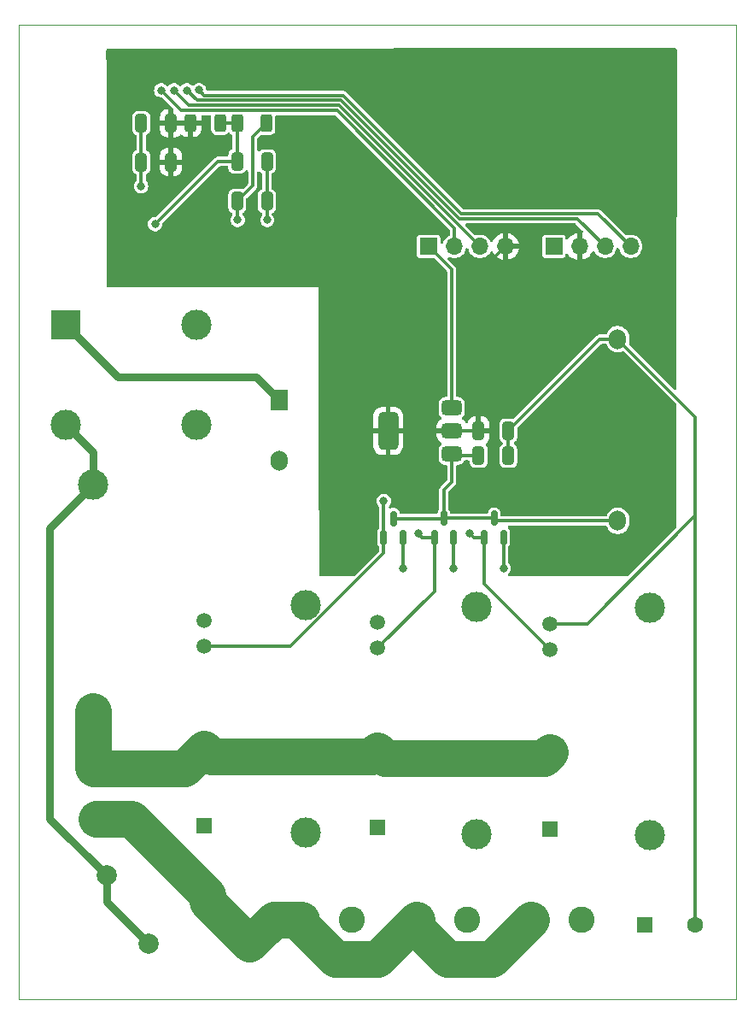
<source format=gbl>
%TF.GenerationSoftware,KiCad,Pcbnew,8.0.3-8.0.3-0~ubuntu23.10.1*%
%TF.CreationDate,2024-07-29T17:43:26+05:00*%
%TF.ProjectId,IOTV,494f5456-2e6b-4696-9361-645f70636258,3*%
%TF.SameCoordinates,Original*%
%TF.FileFunction,Copper,L2,Bot*%
%TF.FilePolarity,Positive*%
%FSLAX46Y46*%
G04 Gerber Fmt 4.6, Leading zero omitted, Abs format (unit mm)*
G04 Created by KiCad (PCBNEW 8.0.3-8.0.3-0~ubuntu23.10.1) date 2024-07-29 17:43:26*
%MOMM*%
%LPD*%
G01*
G04 APERTURE LIST*
G04 Aperture macros list*
%AMRoundRect*
0 Rectangle with rounded corners*
0 $1 Rounding radius*
0 $2 $3 $4 $5 $6 $7 $8 $9 X,Y pos of 4 corners*
0 Add a 4 corners polygon primitive as box body*
4,1,4,$2,$3,$4,$5,$6,$7,$8,$9,$2,$3,0*
0 Add four circle primitives for the rounded corners*
1,1,$1+$1,$2,$3*
1,1,$1+$1,$4,$5*
1,1,$1+$1,$6,$7*
1,1,$1+$1,$8,$9*
0 Add four rect primitives between the rounded corners*
20,1,$1+$1,$2,$3,$4,$5,0*
20,1,$1+$1,$4,$5,$6,$7,0*
20,1,$1+$1,$6,$7,$8,$9,0*
20,1,$1+$1,$8,$9,$2,$3,0*%
G04 Aperture macros list end*
%TA.AperFunction,ComponentPad*%
%ADD10R,1.700000X2.000000*%
%TD*%
%TA.AperFunction,ComponentPad*%
%ADD11O,1.700000X2.000000*%
%TD*%
%TA.AperFunction,ComponentPad*%
%ADD12C,3.000000*%
%TD*%
%TA.AperFunction,ComponentPad*%
%ADD13R,3.000000X3.000000*%
%TD*%
%TA.AperFunction,ComponentPad*%
%ADD14R,1.600000X1.600000*%
%TD*%
%TA.AperFunction,ComponentPad*%
%ADD15C,1.600000*%
%TD*%
%TA.AperFunction,ComponentPad*%
%ADD16R,2.600000X2.600000*%
%TD*%
%TA.AperFunction,ComponentPad*%
%ADD17C,2.600000*%
%TD*%
%TA.AperFunction,ComponentPad*%
%ADD18R,1.508000X1.508000*%
%TD*%
%TA.AperFunction,ComponentPad*%
%ADD19C,1.508000*%
%TD*%
%TA.AperFunction,ComponentPad*%
%ADD20C,2.000000*%
%TD*%
%TA.AperFunction,ComponentPad*%
%ADD21R,1.700000X1.700000*%
%TD*%
%TA.AperFunction,ComponentPad*%
%ADD22O,1.700000X1.700000*%
%TD*%
%TA.AperFunction,SMDPad,CuDef*%
%ADD23RoundRect,0.150000X0.150000X-0.587500X0.150000X0.587500X-0.150000X0.587500X-0.150000X-0.587500X0*%
%TD*%
%TA.AperFunction,SMDPad,CuDef*%
%ADD24RoundRect,0.375000X0.625000X0.375000X-0.625000X0.375000X-0.625000X-0.375000X0.625000X-0.375000X0*%
%TD*%
%TA.AperFunction,SMDPad,CuDef*%
%ADD25RoundRect,0.500000X0.500000X1.400000X-0.500000X1.400000X-0.500000X-1.400000X0.500000X-1.400000X0*%
%TD*%
%TA.AperFunction,SMDPad,CuDef*%
%ADD26RoundRect,0.250000X0.325000X0.650000X-0.325000X0.650000X-0.325000X-0.650000X0.325000X-0.650000X0*%
%TD*%
%TA.AperFunction,SMDPad,CuDef*%
%ADD27RoundRect,0.250000X-0.312500X-0.625000X0.312500X-0.625000X0.312500X0.625000X-0.312500X0.625000X0*%
%TD*%
%TA.AperFunction,SMDPad,CuDef*%
%ADD28RoundRect,0.250000X0.312500X0.625000X-0.312500X0.625000X-0.312500X-0.625000X0.312500X-0.625000X0*%
%TD*%
%TA.AperFunction,SMDPad,CuDef*%
%ADD29RoundRect,0.250000X-0.325000X-0.650000X0.325000X-0.650000X0.325000X0.650000X-0.325000X0.650000X0*%
%TD*%
%TA.AperFunction,ViaPad*%
%ADD30C,0.800000*%
%TD*%
%TA.AperFunction,Conductor*%
%ADD31C,0.300000*%
%TD*%
%TA.AperFunction,Conductor*%
%ADD32C,0.800000*%
%TD*%
%TA.AperFunction,Conductor*%
%ADD33C,3.600000*%
%TD*%
%TA.AperFunction,Profile*%
%ADD34C,0.100000*%
%TD*%
G04 APERTURE END LIST*
D10*
%TO.P,PS1,1,AC1*%
%TO.N,FL1-PS1(AC1)*%
X63912900Y-113349100D03*
D11*
%TO.P,PS1,2,AC2*%
%TO.N,FL1-PS1(AC2)*%
X63912900Y-119349100D03*
%TO.P,PS1,3,-VO*%
%TO.N,GND*%
X97512900Y-107349100D03*
%TO.P,PS1,4,+VO*%
%TO.N,+5V*%
X97512900Y-125349100D03*
%TD*%
D12*
%TO.P,F3,1*%
%TO.N,~220V_COM_2*%
X83540600Y-156387800D03*
%TO.P,F3,2*%
%TO.N,Net-(K2-L1)*%
X83540600Y-133887800D03*
%TD*%
D13*
%TO.P,FL1,1,1*%
%TO.N,FL1-PS1(AC1)*%
X42799000Y-105937050D03*
D12*
%TO.P,FL1,2,2*%
%TO.N,J1-FL1(2)*%
X42799000Y-115843050D03*
%TO.P,FL1,3,3*%
%TO.N,~220V_NC*%
X55753000Y-115843050D03*
%TO.P,FL1,4,4*%
%TO.N,FL1-PS1(AC2)*%
X55753000Y-105937050D03*
%TD*%
D14*
%TO.P,C8,1*%
%TO.N,+5V*%
X100228400Y-165404800D03*
D15*
%TO.P,C8,2*%
%TO.N,GND*%
X105228400Y-165404800D03*
%TD*%
D16*
%TO.P,J3,1,Pin_1*%
%TO.N,~220V_NC*%
X77600800Y-164846000D03*
D17*
%TO.P,J3,2,Pin_2*%
%TO.N,~220V_COM_2*%
X82600800Y-164846000D03*
%TD*%
D16*
%TO.P,J2,1,Pin_1*%
%TO.N,~220V_NC*%
X66170800Y-164846000D03*
D17*
%TO.P,J2,2,Pin_2*%
%TO.N,~220V_COM_1*%
X71170800Y-164846000D03*
%TD*%
D12*
%TO.P,F1,1*%
%TO.N,J1{slash}F1{slash}Relay*%
X45516800Y-144221200D03*
%TO.P,F1,2*%
%TO.N,J1-FL1(2)*%
X45516800Y-121721200D03*
%TD*%
%TO.P,F2,1*%
%TO.N,~220V_COM_1*%
X66548000Y-156210000D03*
%TO.P,F2,2*%
%TO.N,Net-(K1-L1)*%
X66548000Y-133710000D03*
%TD*%
D18*
%TO.P,K2,1,L1*%
%TO.N,Net-(K2-L1)*%
X73710800Y-155752800D03*
D19*
%TO.P,K2,2,L2*%
%TO.N,J1{slash}F1{slash}Relay*%
X73710800Y-148132800D03*
%TO.P,K2,3,+*%
%TO.N,Net-(K2-+)*%
X73710800Y-137972800D03*
%TO.P,K2,4,-*%
%TO.N,GND*%
X73710800Y-135432800D03*
%TD*%
D16*
%TO.P,J4,1,Pin_1*%
%TO.N,~220V_NC*%
X88950800Y-164846000D03*
D17*
%TO.P,J4,2,Pin_2*%
%TO.N,~220V_COM_3*%
X93950800Y-164846000D03*
%TD*%
D20*
%TO.P,RVe1,1*%
%TO.N,J1-FL1(2)*%
X46866800Y-160492800D03*
%TO.P,RVe1,2*%
%TO.N,~220V_NC*%
X56866800Y-162442800D03*
%TD*%
D18*
%TO.P,K1,1,L1*%
%TO.N,Net-(K1-L1)*%
X56515000Y-155575000D03*
D19*
%TO.P,K1,2,L2*%
%TO.N,J1{slash}F1{slash}Relay*%
X56515000Y-147955000D03*
%TO.P,K1,3,+*%
%TO.N,Net-(K1-+)*%
X56515000Y-137795000D03*
%TO.P,K1,4,-*%
%TO.N,GND*%
X56515000Y-135255000D03*
%TD*%
D12*
%TO.P,F4,1*%
%TO.N,~220V_COM_3*%
X100736400Y-156464000D03*
%TO.P,F4,2*%
%TO.N,Net-(K3-L1)*%
X100736400Y-133964000D03*
%TD*%
D20*
%TO.P,C7,1*%
%TO.N,J1-FL1(2)*%
X51032400Y-167259000D03*
%TO.P,C7,2*%
%TO.N,~220V_NC*%
X61032400Y-167259000D03*
%TD*%
D16*
%TO.P,J1,1,Pin_1*%
%TO.N,J1{slash}F1{slash}Relay*%
X45592800Y-149900000D03*
D17*
%TO.P,J1,2,Pin_2*%
%TO.N,~220V_NC*%
X45592800Y-154900000D03*
%TD*%
D21*
%TO.P,J_I2C1,1,Pin_1*%
%TO.N,GND*%
X91186000Y-98171000D03*
D22*
%TO.P,J_I2C1,2,Pin_2*%
%TO.N,+3.3V*%
X93726000Y-98171000D03*
%TO.P,J_I2C1,3,Pin_3*%
%TO.N,SDA*%
X96266000Y-98171000D03*
%TO.P,J_I2C1,4,Pin_4*%
%TO.N,SCL*%
X98806000Y-98171000D03*
%TD*%
D21*
%TO.P,J_UART1,1,Pin_1*%
%TO.N,GND*%
X78765400Y-98171000D03*
D22*
%TO.P,J_UART1,2,Pin_2*%
%TO.N,U0TX*%
X81305400Y-98171000D03*
%TO.P,J_UART1,3,Pin_3*%
%TO.N,U0RX*%
X83845400Y-98171000D03*
%TO.P,J_UART1,4,Pin_4*%
%TO.N,+3.3V*%
X86385400Y-98171000D03*
%TD*%
D18*
%TO.P,K3,1,L1*%
%TO.N,Net-(K3-L1)*%
X90830400Y-155854400D03*
D19*
%TO.P,K3,2,L2*%
%TO.N,J1{slash}F1{slash}Relay*%
X90830400Y-148234400D03*
%TO.P,K3,3,+*%
%TO.N,Net-(K3-+)*%
X90830400Y-138074400D03*
%TO.P,K3,4,-*%
%TO.N,GND*%
X90830400Y-135534400D03*
%TD*%
D23*
%TO.P,Q3,1,B*%
%TO.N,GPIO25*%
X86207600Y-126974600D03*
%TO.P,Q3,2,E*%
%TO.N,Net-(K3-+)*%
X84307600Y-126974600D03*
%TO.P,Q3,3,C*%
%TO.N,+5V*%
X85257600Y-125099600D03*
%TD*%
D24*
%TO.P,U2,1,GND*%
%TO.N,GND*%
X81051800Y-114133600D03*
%TO.P,U2,2,VO*%
%TO.N,+3.3V*%
X81051800Y-116433600D03*
D25*
X74751800Y-116433600D03*
D24*
%TO.P,U2,3,VI*%
%TO.N,+5V*%
X81051800Y-118733600D03*
%TD*%
D26*
%TO.P,C1,1*%
%TO.N,+3.3V*%
X53214800Y-85953600D03*
%TO.P,C1,2*%
%TO.N,GND*%
X50264800Y-85953600D03*
%TD*%
%TO.P,C2,1*%
%TO.N,+3.3V*%
X53216600Y-89814400D03*
%TO.P,C2,2*%
%TO.N,GND*%
X50266600Y-89814400D03*
%TD*%
D23*
%TO.P,Q2,1,B*%
%TO.N,GPIO33*%
X81229200Y-126976900D03*
%TO.P,Q2,2,E*%
%TO.N,Net-(K2-+)*%
X79329200Y-126976900D03*
%TO.P,Q2,3,C*%
%TO.N,+5V*%
X80279200Y-125101900D03*
%TD*%
%TO.P,Q1,1,B*%
%TO.N,GPIO32*%
X76210200Y-126997700D03*
%TO.P,Q1,2,E*%
%TO.N,Net-(K1-+)*%
X74310200Y-126997700D03*
%TO.P,Q1,3,C*%
%TO.N,+5V*%
X75260200Y-125122700D03*
%TD*%
D27*
%TO.P,R1,1*%
%TO.N,+3.3V*%
X55154100Y-85953600D03*
%TO.P,R1,2*%
%TO.N,EN*%
X58079100Y-85953600D03*
%TD*%
D28*
%TO.P,R2,1*%
%TO.N,Net-(C4-Pad1)*%
X62701900Y-85953600D03*
%TO.P,R2,2*%
%TO.N,EN*%
X59776900Y-85953600D03*
%TD*%
D29*
%TO.P,C5,1*%
%TO.N,+5V*%
X83714800Y-118897400D03*
%TO.P,C5,2*%
%TO.N,GND*%
X86664800Y-118897400D03*
%TD*%
%TO.P,C6,1*%
%TO.N,+3.3V*%
X83716600Y-116408200D03*
%TO.P,C6,2*%
%TO.N,GND*%
X86666600Y-116408200D03*
%TD*%
%TO.P,C3,1*%
%TO.N,EN*%
X59788000Y-89738200D03*
%TO.P,C3,2*%
%TO.N,GND*%
X62738000Y-89738200D03*
%TD*%
%TO.P,C4,2*%
%TO.N,GND*%
X62739800Y-93675200D03*
%TO.P,C4,1*%
%TO.N,Net-(C4-Pad1)*%
X59789800Y-93675200D03*
%TD*%
D30*
%TO.N,Net-(K2-+)*%
X77749400Y-126619000D03*
%TO.N,Net-(K3-+)*%
X82829400Y-126568200D03*
%TO.N,Net-(K1-+)*%
X74320400Y-123393200D03*
%TO.N,GPIO25*%
X86207600Y-130048000D03*
%TO.N,GPIO33*%
X81229200Y-130048000D03*
%TO.N,GPIO32*%
X76225400Y-130048000D03*
%TO.N,SCL*%
X56007000Y-82677000D03*
%TO.N,SDA*%
X54787800Y-82702400D03*
%TO.N,U0RX*%
X53517800Y-82702400D03*
%TO.N,U0TX*%
X52247800Y-82702400D03*
%TO.N,Net-(C4-Pad1)*%
X59842400Y-95554800D03*
%TO.N,GND*%
X50266600Y-92202000D03*
X62763400Y-95554800D03*
%TO.N,EN*%
X51638200Y-95961200D03*
%TO.N,+3.3V*%
X49733200Y-95961200D03*
%TD*%
D31*
%TO.N,GPIO32*%
X76225400Y-130048000D02*
X76210200Y-130032800D01*
X76210200Y-130032800D02*
X76210200Y-126997700D01*
%TO.N,GPIO33*%
X81229200Y-126976900D02*
X81229200Y-130048000D01*
%TO.N,GPIO25*%
X86207600Y-130048000D02*
X86207600Y-126974600D01*
%TO.N,GND*%
X90830400Y-135534400D02*
X94488000Y-135534400D01*
X94488000Y-135534400D02*
X105228400Y-124794000D01*
X105228400Y-124794000D02*
X105228400Y-115064600D01*
D32*
%TO.N,FL1-PS1(AC1)*%
X63912900Y-113349100D02*
X61663400Y-111099600D01*
X61663400Y-111099600D02*
X47961550Y-111099600D01*
X47961550Y-111099600D02*
X42799000Y-105937050D01*
D31*
%TO.N,SDA*%
X54787800Y-82702400D02*
X55789000Y-83703600D01*
X55789000Y-83703600D02*
X70085107Y-83703600D01*
X81801307Y-95419800D02*
X93514800Y-95419800D01*
X70085107Y-83703600D02*
X81801307Y-95419800D01*
X93514800Y-95419800D02*
X96266000Y-98171000D01*
%TO.N,SCL*%
X98806000Y-98171000D02*
X95554800Y-94919800D01*
X95554800Y-94919800D02*
X82008413Y-94919800D01*
X82008413Y-94919800D02*
X70292213Y-83203600D01*
X70292213Y-83203600D02*
X56533600Y-83203600D01*
X56533600Y-83203600D02*
X56007000Y-82677000D01*
%TO.N,Net-(K2-+)*%
X79329200Y-126976900D02*
X78107300Y-126976900D01*
X78107300Y-126976900D02*
X77749400Y-126619000D01*
%TO.N,Net-(K3-+)*%
X84307600Y-126974600D02*
X83235800Y-126974600D01*
X83235800Y-126974600D02*
X82829400Y-126568200D01*
%TO.N,Net-(K1-+)*%
X74310200Y-126997700D02*
X74310200Y-123403400D01*
X74310200Y-123403400D02*
X74320400Y-123393200D01*
%TO.N,GND*%
X105228400Y-165404800D02*
X105228400Y-115064600D01*
X105228400Y-115064600D02*
X97512900Y-107349100D01*
%TO.N,+5V*%
X80279200Y-125101900D02*
X80279200Y-122285800D01*
X81051800Y-121513200D02*
X81051800Y-118733600D01*
X80279200Y-122285800D02*
X81051800Y-121513200D01*
X85257600Y-125099600D02*
X85043800Y-125099600D01*
X85041500Y-125101900D02*
X80279200Y-125101900D01*
X85043800Y-125099600D02*
X85041500Y-125101900D01*
X97512900Y-125349100D02*
X85507100Y-125349100D01*
X85507100Y-125349100D02*
X85257600Y-125099600D01*
%TO.N,Net-(K1-+)*%
X74310200Y-126997700D02*
X74310200Y-128564096D01*
X74310200Y-128564096D02*
X65079296Y-137795000D01*
X65079296Y-137795000D02*
X56515000Y-137795000D01*
%TO.N,Net-(K3-+)*%
X90830400Y-138074400D02*
X84307600Y-131551600D01*
X84307600Y-131551600D02*
X84307600Y-126974600D01*
%TO.N,Net-(K2-+)*%
X73710800Y-137972800D02*
X79329200Y-132354400D01*
X79329200Y-132354400D02*
X79329200Y-126976900D01*
%TO.N,+3.3V*%
X74751800Y-116433600D02*
X81051800Y-116433600D01*
%TO.N,GND*%
X81051800Y-114133600D02*
X81051800Y-100457400D01*
X81051800Y-100457400D02*
X78765400Y-98171000D01*
%TO.N,+3.3V*%
X81051800Y-116433600D02*
X83691200Y-116433600D01*
X83691200Y-116433600D02*
X83716600Y-116408200D01*
X83716600Y-116408200D02*
X83716600Y-100839800D01*
X83716600Y-100839800D02*
X86385400Y-98171000D01*
%TO.N,GND*%
X86666600Y-116408200D02*
X95725700Y-107349100D01*
X95725700Y-107349100D02*
X97512900Y-107349100D01*
X86664800Y-118897400D02*
X86664800Y-116410000D01*
X86664800Y-116410000D02*
X86666600Y-116408200D01*
%TO.N,+5V*%
X83714800Y-118897400D02*
X81215600Y-118897400D01*
X81215600Y-118897400D02*
X81051800Y-118733600D01*
%TO.N,U0TX*%
X81305400Y-98171000D02*
X81305400Y-96338106D01*
X81305400Y-96338106D02*
X69670894Y-84703600D01*
X54249000Y-84703600D02*
X52247800Y-82702400D01*
X69670894Y-84703600D02*
X54249000Y-84703600D01*
%TO.N,U0RX*%
X53517800Y-82702400D02*
X55019000Y-84203600D01*
X69878000Y-84203600D02*
X83845400Y-98171000D01*
X55019000Y-84203600D02*
X69878000Y-84203600D01*
%TO.N,Net-(C4-Pad1)*%
X59789800Y-93675200D02*
X59789800Y-95502200D01*
X59789800Y-95502200D02*
X59842400Y-95554800D01*
%TO.N,GND*%
X62763400Y-95554800D02*
X62763400Y-93698800D01*
X62763400Y-93698800D02*
X62739800Y-93675200D01*
%TO.N,Net-(C4-Pad1)*%
X59789800Y-93675200D02*
X61315600Y-92149400D01*
X61315600Y-92149400D02*
X61315600Y-87339900D01*
X61315600Y-87339900D02*
X62701900Y-85953600D01*
%TO.N,GND*%
X50266600Y-89814400D02*
X50266600Y-92202000D01*
X50264800Y-85953600D02*
X50264800Y-89812600D01*
X50264800Y-89812600D02*
X50266600Y-89814400D01*
X62738000Y-89738200D02*
X62738000Y-93673400D01*
X62738000Y-93673400D02*
X62739800Y-93675200D01*
%TO.N,EN*%
X51638200Y-95961200D02*
X57861200Y-89738200D01*
X57861200Y-89738200D02*
X59788000Y-89738200D01*
X59776900Y-85953600D02*
X59776900Y-89727100D01*
X59776900Y-89727100D02*
X59788000Y-89738200D01*
X58079100Y-85953600D02*
X59776900Y-85953600D01*
%TO.N,+3.3V*%
X49733200Y-95961200D02*
X53216600Y-92477800D01*
X53216600Y-92477800D02*
X53216600Y-89814400D01*
X55154100Y-85953600D02*
X53214800Y-85953600D01*
X53216600Y-89814400D02*
X53216600Y-85955400D01*
X53216600Y-85955400D02*
X53214800Y-85953600D01*
D33*
%TO.N,~220V_NC*%
X66170800Y-164846000D02*
X63445400Y-164846000D01*
X80608000Y-168746000D02*
X77600800Y-165738800D01*
X56866800Y-162442800D02*
X49324000Y-154900000D01*
X77600800Y-165738800D02*
X77600800Y-164846000D01*
X63445400Y-164846000D02*
X61032400Y-167259000D01*
X56866800Y-162442800D02*
X56866800Y-163093400D01*
X66170800Y-165361433D02*
X69555367Y-168746000D01*
X56866800Y-163093400D02*
X61032400Y-167259000D01*
X88950800Y-164846000D02*
X85050800Y-168746000D01*
X73700800Y-168746000D02*
X77600800Y-164846000D01*
X85050800Y-168746000D02*
X80608000Y-168746000D01*
X69555367Y-168746000D02*
X73700800Y-168746000D01*
X49324000Y-154900000D02*
X45816800Y-154900000D01*
X66170800Y-164846000D02*
X66170800Y-165361433D01*
D32*
%TO.N,J1-FL1(2)*%
X46866800Y-163093400D02*
X46866800Y-160492800D01*
X51032400Y-167259000D02*
X46866800Y-163093400D01*
X45516800Y-118560850D02*
X42799000Y-115843050D01*
X41198800Y-154824800D02*
X46866800Y-160492800D01*
X45516800Y-121721200D02*
X41198800Y-126039200D01*
X41198800Y-126039200D02*
X41198800Y-154824800D01*
X45516800Y-121721200D02*
X45516800Y-118560850D01*
D33*
%TO.N,J1{slash}F1{slash}Relay*%
X54570000Y-149900000D02*
X56515000Y-147955000D01*
X57269000Y-148709000D02*
X73134600Y-148709000D01*
X45592800Y-149900000D02*
X54570000Y-149900000D01*
X45516800Y-149824000D02*
X45592800Y-149900000D01*
X90178000Y-148886800D02*
X90830400Y-148234400D01*
X56515000Y-147955000D02*
X57269000Y-148709000D01*
X73710800Y-148132800D02*
X74464800Y-148886800D01*
X73134600Y-148709000D02*
X73710800Y-148132800D01*
X45516800Y-144221200D02*
X45516800Y-149824000D01*
X74464800Y-148886800D02*
X90178000Y-148886800D01*
D31*
%TO.N,+5V*%
X80279200Y-125101900D02*
X80206300Y-125101900D01*
X80206300Y-125101900D02*
X80185500Y-125122700D01*
X80185500Y-125122700D02*
X75260200Y-125122700D01*
%TD*%
%TA.AperFunction,Conductor*%
%TO.N,+3.3V*%
G36*
X103299136Y-78556175D02*
G01*
X103353698Y-78610688D01*
X103373694Y-78685179D01*
X103373694Y-78685318D01*
X103357410Y-112196860D01*
X103337412Y-112271351D01*
X103282847Y-112325862D01*
X103208338Y-112345788D01*
X103133847Y-112325790D01*
X103103051Y-112302147D01*
X98679776Y-107878873D01*
X98641212Y-107812078D01*
X98637969Y-107750210D01*
X98663400Y-107589646D01*
X98663400Y-107108554D01*
X98635071Y-106929691D01*
X98579111Y-106757461D01*
X98496896Y-106596106D01*
X98390453Y-106449599D01*
X98262401Y-106321547D01*
X98115894Y-106215104D01*
X97954539Y-106132889D01*
X97782309Y-106076929D01*
X97603446Y-106048600D01*
X97422354Y-106048600D01*
X97243491Y-106076929D01*
X97071260Y-106132889D01*
X96909904Y-106215105D01*
X96909903Y-106215105D01*
X96763400Y-106321546D01*
X96763397Y-106321548D01*
X96635348Y-106449597D01*
X96635346Y-106449600D01*
X96528905Y-106596103D01*
X96528905Y-106596104D01*
X96446689Y-106757460D01*
X96434283Y-106795643D01*
X96392276Y-106860328D01*
X96323555Y-106895344D01*
X96292575Y-106898600D01*
X95666387Y-106898600D01*
X95576026Y-106922812D01*
X95576026Y-106922813D01*
X95551813Y-106929301D01*
X95449089Y-106988608D01*
X95449088Y-106988609D01*
X87259795Y-115177900D01*
X87193000Y-115216464D01*
X87132957Y-115216895D01*
X87132649Y-115219462D01*
X87034705Y-115207700D01*
X87034702Y-115207700D01*
X86298498Y-115207700D01*
X86298494Y-115207700D01*
X86210036Y-115218322D01*
X86069258Y-115273838D01*
X86069258Y-115273839D01*
X85948679Y-115365276D01*
X85948676Y-115365279D01*
X85857239Y-115485858D01*
X85857238Y-115485858D01*
X85801722Y-115626636D01*
X85791100Y-115715094D01*
X85791100Y-117101305D01*
X85801722Y-117189763D01*
X85857238Y-117330541D01*
X85933390Y-117430963D01*
X85948678Y-117451122D01*
X86057170Y-117533394D01*
X86104469Y-117594314D01*
X86114972Y-117670724D01*
X86085862Y-117742148D01*
X86057169Y-117770841D01*
X85946879Y-117854476D01*
X85946876Y-117854479D01*
X85855439Y-117975058D01*
X85855438Y-117975058D01*
X85799922Y-118115836D01*
X85789300Y-118204294D01*
X85789300Y-119590505D01*
X85799922Y-119678963D01*
X85855438Y-119819741D01*
X85910366Y-119892175D01*
X85946878Y-119940322D01*
X86067458Y-120031761D01*
X86208236Y-120087277D01*
X86296698Y-120097900D01*
X86296699Y-120097900D01*
X87032901Y-120097900D01*
X87032902Y-120097900D01*
X87121364Y-120087277D01*
X87262142Y-120031761D01*
X87382722Y-119940322D01*
X87474161Y-119819742D01*
X87529677Y-119678964D01*
X87540300Y-119590502D01*
X87540300Y-118204298D01*
X87529677Y-118115836D01*
X87474161Y-117975058D01*
X87401082Y-117878689D01*
X87382723Y-117854479D01*
X87382720Y-117854476D01*
X87299643Y-117791477D01*
X87274229Y-117772205D01*
X87226930Y-117711285D01*
X87216427Y-117634875D01*
X87245537Y-117563451D01*
X87274224Y-117534763D01*
X87384522Y-117451122D01*
X87475961Y-117330542D01*
X87531477Y-117189764D01*
X87542100Y-117101302D01*
X87542100Y-116231521D01*
X87562062Y-116157021D01*
X87585741Y-116126162D01*
X95868662Y-107843241D01*
X95935457Y-107804677D01*
X95974021Y-107799600D01*
X96292575Y-107799600D01*
X96367075Y-107819562D01*
X96421613Y-107874100D01*
X96434283Y-107902557D01*
X96446689Y-107940739D01*
X96528904Y-108102094D01*
X96635347Y-108248601D01*
X96763399Y-108376653D01*
X96909906Y-108483096D01*
X97071261Y-108565311D01*
X97243491Y-108621271D01*
X97422354Y-108649600D01*
X97422358Y-108649600D01*
X97603442Y-108649600D01*
X97603446Y-108649600D01*
X97782309Y-108621271D01*
X97782310Y-108621270D01*
X97782314Y-108621270D01*
X97905421Y-108581270D01*
X97954539Y-108565311D01*
X97954550Y-108565304D01*
X97959756Y-108563149D01*
X98036223Y-108553078D01*
X98107482Y-108582589D01*
X98122142Y-108595445D01*
X103312945Y-113786249D01*
X103351509Y-113853044D01*
X103356586Y-113891680D01*
X103350716Y-125972933D01*
X103330718Y-126047424D01*
X103307075Y-126078220D01*
X98618938Y-130766359D01*
X98552143Y-130804923D01*
X98513579Y-130810000D01*
X89505367Y-130810000D01*
X86796726Y-130810000D01*
X86722226Y-130790038D01*
X86667688Y-130735500D01*
X86647726Y-130661000D01*
X86667688Y-130586500D01*
X86697921Y-130549472D01*
X86711964Y-130537030D01*
X86735783Y-130515929D01*
X86832418Y-130375930D01*
X86892740Y-130216872D01*
X86913245Y-130048000D01*
X86892740Y-129879128D01*
X86832418Y-129720070D01*
X86735783Y-129580071D01*
X86708293Y-129555717D01*
X86665768Y-129491373D01*
X86658100Y-129444190D01*
X86658100Y-127962614D01*
X86678062Y-127888114D01*
X86687215Y-127874135D01*
X86743344Y-127798083D01*
X86760393Y-127774982D01*
X86805246Y-127646799D01*
X86808100Y-127616366D01*
X86808100Y-126332834D01*
X86805246Y-126302401D01*
X86760393Y-126174218D01*
X86755347Y-126167381D01*
X86679751Y-126064951D01*
X86671854Y-126057054D01*
X86673840Y-126055067D01*
X86636454Y-126008191D01*
X86624955Y-125931924D01*
X86653130Y-125860127D01*
X86713428Y-125812035D01*
X86773019Y-125799600D01*
X96292575Y-125799600D01*
X96367075Y-125819562D01*
X96421613Y-125874100D01*
X96434283Y-125902557D01*
X96440952Y-125923082D01*
X96446689Y-125940739D01*
X96527975Y-126100271D01*
X96528905Y-126102095D01*
X96528905Y-126102096D01*
X96581303Y-126174216D01*
X96635347Y-126248601D01*
X96763399Y-126376653D01*
X96909906Y-126483096D01*
X97071261Y-126565311D01*
X97243491Y-126621271D01*
X97422354Y-126649600D01*
X97422358Y-126649600D01*
X97603442Y-126649600D01*
X97603446Y-126649600D01*
X97782309Y-126621271D01*
X97954539Y-126565311D01*
X98115894Y-126483096D01*
X98262401Y-126376653D01*
X98390453Y-126248601D01*
X98496896Y-126102094D01*
X98579111Y-125940739D01*
X98635071Y-125768509D01*
X98663400Y-125589646D01*
X98663400Y-125108554D01*
X98635071Y-124929691D01*
X98579111Y-124757461D01*
X98496896Y-124596106D01*
X98390453Y-124449599D01*
X98262401Y-124321547D01*
X98115894Y-124215104D01*
X97954539Y-124132889D01*
X97782309Y-124076929D01*
X97603446Y-124048600D01*
X97422354Y-124048600D01*
X97243491Y-124076929D01*
X97071260Y-124132889D01*
X96909904Y-124215105D01*
X96909903Y-124215105D01*
X96763400Y-124321546D01*
X96763397Y-124321548D01*
X96635348Y-124449597D01*
X96635346Y-124449600D01*
X96528905Y-124596103D01*
X96528905Y-124596104D01*
X96446689Y-124757460D01*
X96434283Y-124795643D01*
X96392276Y-124860328D01*
X96323555Y-124895344D01*
X96292575Y-124898600D01*
X86007100Y-124898600D01*
X85932600Y-124878638D01*
X85878062Y-124824100D01*
X85858100Y-124749600D01*
X85858100Y-124457841D01*
X85858099Y-124457824D01*
X85855246Y-124427401D01*
X85810393Y-124299218D01*
X85774148Y-124250108D01*
X85729751Y-124189951D01*
X85729748Y-124189948D01*
X85620483Y-124109307D01*
X85550159Y-124084700D01*
X85492299Y-124064454D01*
X85492297Y-124064453D01*
X85492295Y-124064453D01*
X85461875Y-124061600D01*
X85461866Y-124061600D01*
X85053334Y-124061600D01*
X85053324Y-124061600D01*
X85022904Y-124064453D01*
X84894716Y-124109307D01*
X84785451Y-124189948D01*
X84785448Y-124189951D01*
X84704807Y-124299216D01*
X84659953Y-124427404D01*
X84657100Y-124457824D01*
X84657100Y-124502400D01*
X84637138Y-124576900D01*
X84582600Y-124631438D01*
X84508100Y-124651400D01*
X81028700Y-124651400D01*
X80954200Y-124631438D01*
X80899662Y-124576900D01*
X80879700Y-124502400D01*
X80879700Y-124460141D01*
X80879699Y-124460124D01*
X80878797Y-124450504D01*
X80876846Y-124429701D01*
X80831993Y-124301518D01*
X80830296Y-124299218D01*
X80758815Y-124202364D01*
X80730637Y-124130567D01*
X80729700Y-124113885D01*
X80729700Y-122534121D01*
X80749662Y-122459621D01*
X80773341Y-122428762D01*
X81090192Y-122111911D01*
X81412289Y-121789814D01*
X81471598Y-121687087D01*
X81471599Y-121687086D01*
X81502300Y-121572509D01*
X81502300Y-119933100D01*
X81522262Y-119858600D01*
X81576800Y-119804062D01*
X81651300Y-119784100D01*
X81731388Y-119784100D01*
X81731394Y-119784100D01*
X81799457Y-119777915D01*
X81799459Y-119777914D01*
X81799461Y-119777914D01*
X81847434Y-119762964D01*
X81956070Y-119729112D01*
X82096453Y-119644248D01*
X82212448Y-119528253D01*
X82278000Y-119419815D01*
X82333624Y-119366388D01*
X82405511Y-119347900D01*
X82690300Y-119347900D01*
X82764800Y-119367862D01*
X82819338Y-119422400D01*
X82839300Y-119496900D01*
X82839300Y-119590505D01*
X82849922Y-119678963D01*
X82905438Y-119819741D01*
X82960366Y-119892175D01*
X82996878Y-119940322D01*
X83117458Y-120031761D01*
X83258236Y-120087277D01*
X83346698Y-120097900D01*
X83346699Y-120097900D01*
X84082901Y-120097900D01*
X84082902Y-120097900D01*
X84171364Y-120087277D01*
X84312142Y-120031761D01*
X84432722Y-119940322D01*
X84524161Y-119819742D01*
X84579677Y-119678964D01*
X84590300Y-119590502D01*
X84590300Y-118204298D01*
X84579677Y-118115836D01*
X84524161Y-117975058D01*
X84451082Y-117878689D01*
X84421972Y-117807265D01*
X84432475Y-117730855D01*
X84479775Y-117669934D01*
X84491586Y-117661841D01*
X84509937Y-117650522D01*
X84633919Y-117526540D01*
X84725957Y-117377321D01*
X84781105Y-117210897D01*
X84781107Y-117210888D01*
X84791599Y-117108189D01*
X84791600Y-117108179D01*
X84791600Y-116658200D01*
X83615600Y-116658200D01*
X83541100Y-116638238D01*
X83486562Y-116583700D01*
X83466600Y-116509200D01*
X83466600Y-116158200D01*
X83966600Y-116158200D01*
X84791599Y-116158200D01*
X84791599Y-115708226D01*
X84781105Y-115605503D01*
X84725957Y-115439078D01*
X84633919Y-115289859D01*
X84509940Y-115165880D01*
X84360721Y-115073842D01*
X84194297Y-115018694D01*
X84194288Y-115018692D01*
X84091589Y-115008200D01*
X83966600Y-115008200D01*
X83966600Y-116158200D01*
X83466600Y-116158200D01*
X83466600Y-115008200D01*
X83341626Y-115008200D01*
X83238903Y-115018694D01*
X83072478Y-115073842D01*
X82923259Y-115165880D01*
X82799280Y-115289859D01*
X82707242Y-115439078D01*
X82674883Y-115536731D01*
X82632500Y-115601170D01*
X82563575Y-115635785D01*
X82486578Y-115631300D01*
X82422139Y-115588917D01*
X82417314Y-115583213D01*
X82299170Y-115436236D01*
X82299163Y-115436229D01*
X82150828Y-115316994D01*
X82116088Y-115299764D01*
X82058215Y-115248778D01*
X82033588Y-115175688D01*
X82048806Y-115100076D01*
X82090410Y-115048981D01*
X82096444Y-115044252D01*
X82096453Y-115044248D01*
X82212448Y-114928253D01*
X82297312Y-114787870D01*
X82346115Y-114631257D01*
X82352300Y-114563194D01*
X82352300Y-113704006D01*
X82346115Y-113635943D01*
X82346114Y-113635940D01*
X82346114Y-113635938D01*
X82297313Y-113479334D01*
X82297313Y-113479333D01*
X82297312Y-113479332D01*
X82297312Y-113479330D01*
X82212448Y-113338947D01*
X82096453Y-113222952D01*
X81956070Y-113138088D01*
X81956068Y-113138087D01*
X81956066Y-113138086D01*
X81799461Y-113089285D01*
X81772231Y-113086811D01*
X81731394Y-113083100D01*
X81731388Y-113083100D01*
X81651300Y-113083100D01*
X81576800Y-113063138D01*
X81522262Y-113008600D01*
X81502300Y-112934100D01*
X81502300Y-100398091D01*
X81502299Y-100398089D01*
X81471599Y-100283515D01*
X81471598Y-100283511D01*
X81412291Y-100180789D01*
X81412290Y-100180788D01*
X81412289Y-100180786D01*
X80712654Y-99481151D01*
X80674090Y-99414356D01*
X80674090Y-99337228D01*
X80712654Y-99270433D01*
X80779449Y-99231869D01*
X80856577Y-99231869D01*
X80871832Y-99236852D01*
X80931649Y-99260025D01*
X80989196Y-99282319D01*
X80989197Y-99282319D01*
X80989202Y-99282321D01*
X81198790Y-99321500D01*
X81198793Y-99321500D01*
X81412007Y-99321500D01*
X81412010Y-99321500D01*
X81621598Y-99282321D01*
X81820419Y-99205298D01*
X82001702Y-99093052D01*
X82159272Y-98949407D01*
X82287766Y-98779255D01*
X82382805Y-98588389D01*
X82432088Y-98415177D01*
X82471676Y-98348986D01*
X82539057Y-98311455D01*
X82616176Y-98312643D01*
X82682369Y-98352231D01*
X82718712Y-98415179D01*
X82767993Y-98588385D01*
X82767994Y-98588387D01*
X82863036Y-98779259D01*
X82991527Y-98949406D01*
X82991528Y-98949407D01*
X83146841Y-99090994D01*
X83149097Y-99093051D01*
X83149098Y-99093052D01*
X83330377Y-99205296D01*
X83330383Y-99205299D01*
X83398969Y-99231869D01*
X83529202Y-99282321D01*
X83738790Y-99321500D01*
X83738793Y-99321500D01*
X83952007Y-99321500D01*
X83952010Y-99321500D01*
X84161598Y-99282321D01*
X84360419Y-99205298D01*
X84541702Y-99093052D01*
X84699272Y-98949407D01*
X84827766Y-98779255D01*
X84871606Y-98691210D01*
X84922682Y-98633420D01*
X84995811Y-98608909D01*
X85071399Y-98624246D01*
X85129191Y-98675323D01*
X85140025Y-98694656D01*
X85211800Y-98848579D01*
X85211806Y-98848588D01*
X85347288Y-99042076D01*
X85514323Y-99209111D01*
X85707811Y-99344593D01*
X85707820Y-99344599D01*
X85921908Y-99444430D01*
X85921913Y-99444432D01*
X86135400Y-99501634D01*
X86135400Y-98604012D01*
X86192407Y-98636925D01*
X86319574Y-98671000D01*
X86451226Y-98671000D01*
X86578393Y-98636925D01*
X86635400Y-98604012D01*
X86635400Y-99501633D01*
X86848886Y-99444432D01*
X86848891Y-99444430D01*
X87062979Y-99344599D01*
X87062988Y-99344593D01*
X87256476Y-99209111D01*
X87423511Y-99042076D01*
X87558993Y-98848588D01*
X87558999Y-98848579D01*
X87658830Y-98634491D01*
X87658831Y-98634489D01*
X87716036Y-98421000D01*
X86818412Y-98421000D01*
X86851325Y-98363993D01*
X86885400Y-98236826D01*
X86885400Y-98105174D01*
X86851325Y-97978007D01*
X86818412Y-97921000D01*
X87716036Y-97921000D01*
X87716035Y-97920999D01*
X87658831Y-97707512D01*
X87558997Y-97493419D01*
X87423508Y-97299920D01*
X87256476Y-97132888D01*
X87062988Y-96997406D01*
X87062979Y-96997400D01*
X86848891Y-96897569D01*
X86848889Y-96897568D01*
X86635400Y-96840364D01*
X86635400Y-97737988D01*
X86578393Y-97705075D01*
X86451226Y-97671000D01*
X86319574Y-97671000D01*
X86192407Y-97705075D01*
X86135400Y-97737988D01*
X86135400Y-96840364D01*
X86135399Y-96840364D01*
X85921912Y-96897568D01*
X85707819Y-96997402D01*
X85514320Y-97132891D01*
X85347291Y-97299920D01*
X85211802Y-97493419D01*
X85140025Y-97647344D01*
X85090447Y-97706427D01*
X85017970Y-97732806D01*
X84942014Y-97719413D01*
X84882931Y-97669835D01*
X84871605Y-97650787D01*
X84869891Y-97647344D01*
X84827766Y-97562745D01*
X84827764Y-97562743D01*
X84827763Y-97562740D01*
X84699272Y-97392593D01*
X84541702Y-97248948D01*
X84541701Y-97248947D01*
X84360422Y-97136703D01*
X84360416Y-97136700D01*
X84161604Y-97059681D01*
X84161600Y-97059680D01*
X84161598Y-97059679D01*
X84119680Y-97051843D01*
X83952014Y-97020500D01*
X83952010Y-97020500D01*
X83738790Y-97020500D01*
X83738785Y-97020500D01*
X83529202Y-97059679D01*
X83529193Y-97059681D01*
X83505832Y-97068731D01*
X83429151Y-97077027D01*
X83358596Y-97045870D01*
X83346653Y-97035150D01*
X82436162Y-96124659D01*
X82397598Y-96057864D01*
X82397598Y-95980736D01*
X82436162Y-95913941D01*
X82502957Y-95875377D01*
X82541521Y-95870300D01*
X93266479Y-95870300D01*
X93340979Y-95890262D01*
X93371838Y-95913941D01*
X94038204Y-96580307D01*
X94076768Y-96647102D01*
X94076768Y-96724230D01*
X94038204Y-96791025D01*
X94023551Y-96803875D01*
X93976000Y-96840362D01*
X93976000Y-97737988D01*
X93918993Y-97705075D01*
X93791826Y-97671000D01*
X93660174Y-97671000D01*
X93533007Y-97705075D01*
X93476000Y-97737988D01*
X93476000Y-96840364D01*
X93475999Y-96840364D01*
X93262512Y-96897568D01*
X93048419Y-96997402D01*
X92854920Y-97132891D01*
X92687888Y-97299923D01*
X92607552Y-97414655D01*
X92548469Y-97464232D01*
X92472512Y-97477625D01*
X92400036Y-97451245D01*
X92350459Y-97392162D01*
X92336499Y-97329192D01*
X92336499Y-97276133D01*
X92333585Y-97251010D01*
X92333584Y-97251008D01*
X92288206Y-97148235D01*
X92208765Y-97068794D01*
X92208764Y-97068793D01*
X92105994Y-97023416D01*
X92105991Y-97023415D01*
X92105982Y-97023414D01*
X92080865Y-97020500D01*
X92080859Y-97020500D01*
X90291133Y-97020500D01*
X90266010Y-97023414D01*
X90266007Y-97023415D01*
X90163235Y-97068793D01*
X90083793Y-97148235D01*
X90038416Y-97251005D01*
X90038415Y-97251008D01*
X90038415Y-97251009D01*
X90035500Y-97276135D01*
X90035500Y-97276136D01*
X90035500Y-97276140D01*
X90035500Y-99065866D01*
X90038414Y-99090989D01*
X90038415Y-99090992D01*
X90083793Y-99193764D01*
X90083794Y-99193765D01*
X90163235Y-99273206D01*
X90266009Y-99318585D01*
X90291135Y-99321500D01*
X92080864Y-99321499D01*
X92080866Y-99321499D01*
X92093427Y-99320042D01*
X92105991Y-99318585D01*
X92208765Y-99273206D01*
X92288206Y-99193765D01*
X92333585Y-99090991D01*
X92336500Y-99065865D01*
X92336499Y-99012808D01*
X92356460Y-98938311D01*
X92410997Y-98883773D01*
X92485496Y-98863809D01*
X92559997Y-98883770D01*
X92607552Y-98927345D01*
X92687890Y-99042078D01*
X92854923Y-99209111D01*
X93048411Y-99344593D01*
X93048420Y-99344599D01*
X93262508Y-99444430D01*
X93262513Y-99444432D01*
X93476000Y-99501634D01*
X93476000Y-98604012D01*
X93533007Y-98636925D01*
X93660174Y-98671000D01*
X93791826Y-98671000D01*
X93918993Y-98636925D01*
X93976000Y-98604012D01*
X93976000Y-99501633D01*
X94189486Y-99444432D01*
X94189491Y-99444430D01*
X94403579Y-99344599D01*
X94403588Y-99344593D01*
X94597076Y-99209111D01*
X94764111Y-99042076D01*
X94899593Y-98848588D01*
X94899599Y-98848579D01*
X94971374Y-98694656D01*
X95020951Y-98635573D01*
X95093427Y-98609193D01*
X95169384Y-98622586D01*
X95228467Y-98672163D01*
X95239793Y-98691211D01*
X95283633Y-98779254D01*
X95283636Y-98779258D01*
X95412127Y-98949406D01*
X95412128Y-98949407D01*
X95567441Y-99090994D01*
X95569697Y-99093051D01*
X95569698Y-99093052D01*
X95750977Y-99205296D01*
X95750983Y-99205299D01*
X95819569Y-99231869D01*
X95949802Y-99282321D01*
X96159390Y-99321500D01*
X96159393Y-99321500D01*
X96372607Y-99321500D01*
X96372610Y-99321500D01*
X96582198Y-99282321D01*
X96781019Y-99205298D01*
X96962302Y-99093052D01*
X97119872Y-98949407D01*
X97248366Y-98779255D01*
X97343405Y-98588389D01*
X97392688Y-98415177D01*
X97432276Y-98348986D01*
X97499657Y-98311455D01*
X97576776Y-98312643D01*
X97642969Y-98352231D01*
X97679312Y-98415179D01*
X97728593Y-98588385D01*
X97728594Y-98588387D01*
X97823636Y-98779259D01*
X97952127Y-98949406D01*
X97952128Y-98949407D01*
X98107441Y-99090994D01*
X98109697Y-99093051D01*
X98109698Y-99093052D01*
X98290977Y-99205296D01*
X98290983Y-99205299D01*
X98359569Y-99231869D01*
X98489802Y-99282321D01*
X98699390Y-99321500D01*
X98699393Y-99321500D01*
X98912607Y-99321500D01*
X98912610Y-99321500D01*
X99122198Y-99282321D01*
X99321019Y-99205298D01*
X99502302Y-99093052D01*
X99659872Y-98949407D01*
X99788366Y-98779255D01*
X99883405Y-98588389D01*
X99941756Y-98383310D01*
X99952685Y-98265360D01*
X99961429Y-98171004D01*
X99961429Y-98170995D01*
X99941756Y-97958694D01*
X99941756Y-97958690D01*
X99883405Y-97753611D01*
X99788366Y-97562745D01*
X99788364Y-97562743D01*
X99788363Y-97562740D01*
X99659872Y-97392593D01*
X99502302Y-97248948D01*
X99502301Y-97248947D01*
X99321022Y-97136703D01*
X99321016Y-97136700D01*
X99122204Y-97059681D01*
X99122200Y-97059680D01*
X99122198Y-97059679D01*
X99080280Y-97051843D01*
X98912614Y-97020500D01*
X98912610Y-97020500D01*
X98699390Y-97020500D01*
X98699385Y-97020500D01*
X98489802Y-97059679D01*
X98489793Y-97059681D01*
X98466432Y-97068731D01*
X98389751Y-97077027D01*
X98319196Y-97045870D01*
X98307253Y-97035150D01*
X97121119Y-95849016D01*
X95831414Y-94559311D01*
X95831411Y-94559309D01*
X95831407Y-94559306D01*
X95728690Y-94500002D01*
X95728687Y-94500001D01*
X95704473Y-94493513D01*
X95614109Y-94469300D01*
X82256734Y-94469300D01*
X82182234Y-94449338D01*
X82151375Y-94425659D01*
X76376186Y-88650470D01*
X70568827Y-82843111D01*
X70568824Y-82843109D01*
X70568820Y-82843106D01*
X70466103Y-82783802D01*
X70466100Y-82783801D01*
X70441886Y-82777313D01*
X70351522Y-82753100D01*
X56853888Y-82753100D01*
X56779388Y-82733138D01*
X56724850Y-82678600D01*
X56705974Y-82622061D01*
X56692140Y-82508128D01*
X56631818Y-82349070D01*
X56535183Y-82209071D01*
X56535180Y-82209068D01*
X56535179Y-82209067D01*
X56407853Y-82096267D01*
X56407854Y-82096267D01*
X56257224Y-82017209D01*
X56092056Y-81976500D01*
X55921944Y-81976500D01*
X55756775Y-82017209D01*
X55606148Y-82096265D01*
X55481869Y-82206367D01*
X55412867Y-82240827D01*
X55335880Y-82236170D01*
X55284259Y-82206366D01*
X55188653Y-82121667D01*
X55188654Y-82121667D01*
X55038024Y-82042609D01*
X54872856Y-82001900D01*
X54702744Y-82001900D01*
X54537575Y-82042609D01*
X54386945Y-82121667D01*
X54252871Y-82240447D01*
X54250791Y-82238099D01*
X54199983Y-82271680D01*
X54122995Y-82276337D01*
X54053994Y-82241875D01*
X54051300Y-82239181D01*
X53918653Y-82121667D01*
X53918654Y-82121667D01*
X53768024Y-82042609D01*
X53602856Y-82001900D01*
X53432744Y-82001900D01*
X53267575Y-82042609D01*
X53116945Y-82121667D01*
X52982871Y-82240447D01*
X52980791Y-82238099D01*
X52929983Y-82271680D01*
X52852995Y-82276337D01*
X52783994Y-82241875D01*
X52781300Y-82239181D01*
X52648653Y-82121667D01*
X52648654Y-82121667D01*
X52498024Y-82042609D01*
X52332856Y-82001900D01*
X52162744Y-82001900D01*
X51997575Y-82042609D01*
X51846945Y-82121667D01*
X51719620Y-82234467D01*
X51719617Y-82234471D01*
X51622981Y-82374470D01*
X51562660Y-82533525D01*
X51542155Y-82702400D01*
X51562660Y-82871274D01*
X51622981Y-83030329D01*
X51622982Y-83030330D01*
X51719617Y-83170329D01*
X51719619Y-83170330D01*
X51719620Y-83170332D01*
X51846946Y-83283132D01*
X51846948Y-83283134D01*
X51997575Y-83362190D01*
X52162744Y-83402900D01*
X52249479Y-83402900D01*
X52323979Y-83422862D01*
X52354838Y-83446541D01*
X53421159Y-84512862D01*
X53459723Y-84579657D01*
X53464800Y-84618221D01*
X53464800Y-85703600D01*
X56216599Y-85703600D01*
X56216599Y-85303100D01*
X56236561Y-85228600D01*
X56291099Y-85174062D01*
X56365599Y-85154100D01*
X57067100Y-85154100D01*
X57141600Y-85174062D01*
X57196138Y-85228600D01*
X57216100Y-85303100D01*
X57216100Y-86621705D01*
X57226722Y-86710163D01*
X57282238Y-86850941D01*
X57317712Y-86897721D01*
X57373678Y-86971522D01*
X57494258Y-87062961D01*
X57635036Y-87118477D01*
X57723498Y-87129100D01*
X57723499Y-87129100D01*
X58434701Y-87129100D01*
X58434702Y-87129100D01*
X58523164Y-87118477D01*
X58663942Y-87062961D01*
X58784522Y-86971522D01*
X58809276Y-86938878D01*
X58870197Y-86891579D01*
X58946607Y-86881076D01*
X59018031Y-86910186D01*
X59046724Y-86938879D01*
X59071476Y-86971520D01*
X59071479Y-86971523D01*
X59170931Y-87046940D01*
X59192058Y-87062961D01*
X59232059Y-87078735D01*
X59294042Y-87124635D01*
X59324771Y-87195377D01*
X59326400Y-87217347D01*
X59326400Y-88448900D01*
X59306438Y-88523400D01*
X59251900Y-88577938D01*
X59232067Y-88587508D01*
X59210952Y-88595835D01*
X59190657Y-88603839D01*
X59190654Y-88603841D01*
X59070079Y-88695276D01*
X59070076Y-88695279D01*
X58978639Y-88815858D01*
X58978638Y-88815858D01*
X58923122Y-88956636D01*
X58912500Y-89045094D01*
X58912500Y-89138700D01*
X58892538Y-89213200D01*
X58838000Y-89267738D01*
X58763500Y-89287700D01*
X57801891Y-89287700D01*
X57728740Y-89307301D01*
X57713573Y-89311364D01*
X57687310Y-89318401D01*
X57584592Y-89377706D01*
X57584588Y-89377709D01*
X51745238Y-95217059D01*
X51678443Y-95255623D01*
X51639879Y-95260700D01*
X51553144Y-95260700D01*
X51387975Y-95301409D01*
X51237345Y-95380467D01*
X51110020Y-95493267D01*
X51110017Y-95493271D01*
X51013381Y-95633270D01*
X50953060Y-95792325D01*
X50932555Y-95961200D01*
X50953060Y-96130074D01*
X51013381Y-96289129D01*
X51013382Y-96289130D01*
X51110017Y-96429129D01*
X51110019Y-96429130D01*
X51110020Y-96429132D01*
X51237346Y-96541932D01*
X51237348Y-96541934D01*
X51387975Y-96620990D01*
X51553144Y-96661700D01*
X51723256Y-96661700D01*
X51888425Y-96620990D01*
X52039052Y-96541934D01*
X52166383Y-96429129D01*
X52263018Y-96289130D01*
X52323340Y-96130072D01*
X52343845Y-95961200D01*
X52343845Y-95961196D01*
X52343845Y-95954375D01*
X52363807Y-95879875D01*
X52387486Y-95849016D01*
X58004162Y-90232341D01*
X58070957Y-90193777D01*
X58109521Y-90188700D01*
X58763500Y-90188700D01*
X58838000Y-90208662D01*
X58892538Y-90263200D01*
X58912500Y-90337700D01*
X58912500Y-90431305D01*
X58923122Y-90519763D01*
X58978638Y-90660541D01*
X59070076Y-90781120D01*
X59070079Y-90781123D01*
X59093547Y-90798919D01*
X59190658Y-90872561D01*
X59331436Y-90928077D01*
X59419898Y-90938700D01*
X59419899Y-90938700D01*
X60156101Y-90938700D01*
X60156102Y-90938700D01*
X60244564Y-90928077D01*
X60385342Y-90872561D01*
X60505922Y-90781122D01*
X60597361Y-90660542D01*
X60597362Y-90660539D01*
X60597376Y-90660521D01*
X60658297Y-90613221D01*
X60734707Y-90602718D01*
X60806131Y-90631828D01*
X60853431Y-90692749D01*
X60865100Y-90750552D01*
X60865100Y-91901078D01*
X60845138Y-91975578D01*
X60821459Y-92006437D01*
X60382995Y-92444900D01*
X60316200Y-92483464D01*
X60256157Y-92483895D01*
X60255849Y-92486462D01*
X60157905Y-92474700D01*
X60157902Y-92474700D01*
X59421698Y-92474700D01*
X59421694Y-92474700D01*
X59333236Y-92485322D01*
X59192458Y-92540838D01*
X59192458Y-92540839D01*
X59071879Y-92632276D01*
X59071876Y-92632279D01*
X58980439Y-92752858D01*
X58980438Y-92752858D01*
X58924922Y-92893636D01*
X58914300Y-92982094D01*
X58914300Y-94368305D01*
X58924922Y-94456763D01*
X58980438Y-94597541D01*
X58980439Y-94597542D01*
X59071878Y-94718122D01*
X59192458Y-94809561D01*
X59244962Y-94830266D01*
X59306944Y-94876167D01*
X59337672Y-94946910D01*
X59339300Y-94968877D01*
X59339300Y-95004101D01*
X59319338Y-95078601D01*
X59312925Y-95088742D01*
X59217581Y-95226871D01*
X59157260Y-95385925D01*
X59136755Y-95554800D01*
X59157260Y-95723674D01*
X59217581Y-95882729D01*
X59247513Y-95926093D01*
X59314217Y-96022729D01*
X59314219Y-96022730D01*
X59314220Y-96022732D01*
X59441546Y-96135532D01*
X59441548Y-96135534D01*
X59592175Y-96214590D01*
X59757344Y-96255300D01*
X59927456Y-96255300D01*
X60092625Y-96214590D01*
X60243252Y-96135534D01*
X60370583Y-96022729D01*
X60467218Y-95882730D01*
X60527540Y-95723672D01*
X60548045Y-95554800D01*
X60527540Y-95385928D01*
X60467218Y-95226870D01*
X60370583Y-95086871D01*
X60370580Y-95086868D01*
X60370579Y-95086867D01*
X60340863Y-95060541D01*
X60298336Y-94996197D01*
X60293679Y-94919209D01*
X60328140Y-94850208D01*
X60378489Y-94814967D01*
X60378258Y-94814556D01*
X60382422Y-94812214D01*
X60385015Y-94810399D01*
X60387142Y-94809561D01*
X60507722Y-94718122D01*
X60599161Y-94597542D01*
X60654677Y-94456764D01*
X60665300Y-94368302D01*
X60665300Y-93498520D01*
X60685262Y-93424020D01*
X60708937Y-93393165D01*
X61676089Y-92426014D01*
X61735399Y-92323287D01*
X61736083Y-92320730D01*
X61741885Y-92299079D01*
X61741886Y-92299075D01*
X61750334Y-92267544D01*
X61766100Y-92208709D01*
X61766100Y-90886862D01*
X61786062Y-90812362D01*
X61840600Y-90757824D01*
X61915100Y-90737862D01*
X61989600Y-90757824D01*
X62011949Y-90774973D01*
X62011957Y-90774964D01*
X62046638Y-90801263D01*
X62140658Y-90872561D01*
X62193162Y-90893266D01*
X62255144Y-90939167D01*
X62285872Y-91009910D01*
X62287500Y-91031877D01*
X62287500Y-92382232D01*
X62267538Y-92456732D01*
X62213000Y-92511270D01*
X62193163Y-92520843D01*
X62142458Y-92540839D01*
X62142457Y-92540839D01*
X62142456Y-92540840D01*
X62021879Y-92632276D01*
X62021876Y-92632279D01*
X61930439Y-92752858D01*
X61930438Y-92752858D01*
X61874922Y-92893636D01*
X61864300Y-92982094D01*
X61864300Y-94368305D01*
X61874922Y-94456763D01*
X61930438Y-94597541D01*
X61930439Y-94597542D01*
X62021878Y-94718122D01*
X62142458Y-94809561D01*
X62142459Y-94809561D01*
X62142460Y-94809562D01*
X62197320Y-94831196D01*
X62259303Y-94877097D01*
X62290031Y-94947839D01*
X62281270Y-95024468D01*
X62241470Y-95081330D01*
X62235221Y-95086865D01*
X62235217Y-95086871D01*
X62138581Y-95226870D01*
X62078260Y-95385925D01*
X62057755Y-95554800D01*
X62078260Y-95723674D01*
X62138581Y-95882729D01*
X62168513Y-95926093D01*
X62235217Y-96022729D01*
X62235219Y-96022730D01*
X62235220Y-96022732D01*
X62362546Y-96135532D01*
X62362548Y-96135534D01*
X62513175Y-96214590D01*
X62678344Y-96255300D01*
X62848456Y-96255300D01*
X63013625Y-96214590D01*
X63164252Y-96135534D01*
X63291583Y-96022729D01*
X63388218Y-95882730D01*
X63448540Y-95723672D01*
X63469045Y-95554800D01*
X63448540Y-95385928D01*
X63388218Y-95226870D01*
X63291583Y-95086871D01*
X63291580Y-95086868D01*
X63291579Y-95086867D01*
X63270796Y-95068455D01*
X63228269Y-95004111D01*
X63223612Y-94927123D01*
X63258073Y-94858122D01*
X63314941Y-94818315D01*
X63337142Y-94809561D01*
X63457722Y-94718122D01*
X63549161Y-94597542D01*
X63604677Y-94456764D01*
X63615300Y-94368302D01*
X63615300Y-92982098D01*
X63604677Y-92893636D01*
X63549161Y-92752858D01*
X63457722Y-92632278D01*
X63457720Y-92632276D01*
X63410782Y-92596682D01*
X63337142Y-92540839D01*
X63337140Y-92540838D01*
X63282838Y-92519424D01*
X63220856Y-92473523D01*
X63190128Y-92402780D01*
X63188500Y-92380813D01*
X63188500Y-91031877D01*
X63208462Y-90957377D01*
X63263000Y-90902839D01*
X63282838Y-90893266D01*
X63299077Y-90886862D01*
X63335342Y-90872561D01*
X63455922Y-90781122D01*
X63547361Y-90660542D01*
X63602877Y-90519764D01*
X63613500Y-90431302D01*
X63613500Y-89045098D01*
X63602877Y-88956636D01*
X63547361Y-88815858D01*
X63513707Y-88771479D01*
X63455923Y-88695279D01*
X63455920Y-88695276D01*
X63367337Y-88628102D01*
X63335342Y-88603839D01*
X63335341Y-88603838D01*
X63194563Y-88548322D01*
X63106105Y-88537700D01*
X63106102Y-88537700D01*
X62369898Y-88537700D01*
X62369894Y-88537700D01*
X62281436Y-88548322D01*
X62140658Y-88603838D01*
X62140658Y-88603839D01*
X62011957Y-88701436D01*
X62011097Y-88700302D01*
X61953664Y-88733461D01*
X61876536Y-88733461D01*
X61809741Y-88694897D01*
X61771177Y-88628102D01*
X61766100Y-88589538D01*
X61766100Y-87588220D01*
X61786062Y-87513720D01*
X61809738Y-87482864D01*
X62131888Y-87160713D01*
X62198681Y-87122151D01*
X62255011Y-87118137D01*
X62257833Y-87118475D01*
X62257836Y-87118477D01*
X62346298Y-87129100D01*
X62346299Y-87129100D01*
X63057501Y-87129100D01*
X63057502Y-87129100D01*
X63145964Y-87118477D01*
X63286742Y-87062961D01*
X63407322Y-86971522D01*
X63498761Y-86850942D01*
X63554277Y-86710164D01*
X63564900Y-86621702D01*
X63564900Y-85303100D01*
X63584862Y-85228600D01*
X63639400Y-85174062D01*
X63713900Y-85154100D01*
X69422573Y-85154100D01*
X69497073Y-85174062D01*
X69527932Y-85197741D01*
X80811259Y-96481068D01*
X80849823Y-96547863D01*
X80854900Y-96586427D01*
X80854900Y-97013760D01*
X80834938Y-97088260D01*
X80784339Y-97140442D01*
X80609098Y-97248947D01*
X80609097Y-97248948D01*
X80451527Y-97392593D01*
X80323036Y-97562740D01*
X80227994Y-97753612D01*
X80227993Y-97753614D01*
X80208211Y-97823143D01*
X80168623Y-97889336D01*
X80101242Y-97926867D01*
X80024123Y-97925679D01*
X79957930Y-97886091D01*
X79920399Y-97818710D01*
X79915899Y-97782367D01*
X79915899Y-97276133D01*
X79912985Y-97251010D01*
X79912984Y-97251008D01*
X79867606Y-97148235D01*
X79788165Y-97068794D01*
X79788164Y-97068793D01*
X79685394Y-97023416D01*
X79685391Y-97023415D01*
X79685382Y-97023414D01*
X79660265Y-97020500D01*
X79660259Y-97020500D01*
X77870533Y-97020500D01*
X77845410Y-97023414D01*
X77845407Y-97023415D01*
X77742635Y-97068793D01*
X77663193Y-97148235D01*
X77617816Y-97251005D01*
X77617815Y-97251008D01*
X77617815Y-97251009D01*
X77614900Y-97276135D01*
X77614900Y-97276136D01*
X77614900Y-97276140D01*
X77614900Y-99065866D01*
X77617814Y-99090989D01*
X77617815Y-99090992D01*
X77663193Y-99193764D01*
X77663194Y-99193765D01*
X77742635Y-99273206D01*
X77845409Y-99318585D01*
X77870535Y-99321500D01*
X79217078Y-99321499D01*
X79291578Y-99341461D01*
X79322437Y-99365140D01*
X80557659Y-100600362D01*
X80596223Y-100667157D01*
X80601300Y-100705721D01*
X80601300Y-112934100D01*
X80581338Y-113008600D01*
X80526800Y-113063138D01*
X80452300Y-113083100D01*
X80372206Y-113083100D01*
X80335080Y-113086473D01*
X80304138Y-113089285D01*
X80147534Y-113138086D01*
X80147533Y-113138086D01*
X80007146Y-113222952D01*
X79891152Y-113338946D01*
X79806286Y-113479333D01*
X79806286Y-113479334D01*
X79757485Y-113635938D01*
X79757485Y-113635943D01*
X79751300Y-113704006D01*
X79751300Y-114563194D01*
X79755011Y-114604031D01*
X79757485Y-114631261D01*
X79806286Y-114787865D01*
X79806286Y-114787866D01*
X79806287Y-114787868D01*
X79806288Y-114787870D01*
X79891152Y-114928253D01*
X80007147Y-115044248D01*
X80007149Y-115044249D01*
X80013193Y-115048984D01*
X80059531Y-115110642D01*
X80068831Y-115187207D01*
X80038603Y-115258164D01*
X79987513Y-115299763D01*
X79952771Y-115316993D01*
X79804436Y-115436229D01*
X79804429Y-115436236D01*
X79685193Y-115584572D01*
X79600630Y-115755078D01*
X79554696Y-115939781D01*
X79551800Y-115982509D01*
X79551800Y-116183600D01*
X81152800Y-116183600D01*
X81227300Y-116203562D01*
X81281838Y-116258100D01*
X81301800Y-116332600D01*
X81301800Y-116534600D01*
X81281838Y-116609100D01*
X81227300Y-116663638D01*
X81152800Y-116683600D01*
X79551800Y-116683600D01*
X79551800Y-116884690D01*
X79554696Y-116927418D01*
X79600630Y-117112121D01*
X79685193Y-117282627D01*
X79804429Y-117430963D01*
X79804436Y-117430970D01*
X79952772Y-117550207D01*
X79987510Y-117567435D01*
X80045383Y-117618419D01*
X80070011Y-117691510D01*
X80054793Y-117767122D01*
X80013199Y-117818210D01*
X80007149Y-117822949D01*
X79891152Y-117938946D01*
X79806286Y-118079333D01*
X79806286Y-118079334D01*
X79757485Y-118235938D01*
X79757485Y-118235943D01*
X79751300Y-118304006D01*
X79751300Y-119163194D01*
X79755011Y-119204031D01*
X79757485Y-119231261D01*
X79806286Y-119387865D01*
X79806286Y-119387866D01*
X79806287Y-119387868D01*
X79806288Y-119387870D01*
X79891152Y-119528253D01*
X80007147Y-119644248D01*
X80147530Y-119729112D01*
X80147532Y-119729112D01*
X80147533Y-119729113D01*
X80304138Y-119777914D01*
X80304140Y-119777914D01*
X80304143Y-119777915D01*
X80372206Y-119784100D01*
X80452300Y-119784100D01*
X80526800Y-119804062D01*
X80581338Y-119858600D01*
X80601300Y-119933100D01*
X80601300Y-121264879D01*
X80581338Y-121339379D01*
X80557659Y-121370238D01*
X79918708Y-122009189D01*
X79859401Y-122111911D01*
X79859402Y-122111911D01*
X79859401Y-122111915D01*
X79828700Y-122226489D01*
X79828700Y-124113885D01*
X79808738Y-124188385D01*
X79799585Y-124202364D01*
X79726407Y-124301516D01*
X79681553Y-124429704D01*
X79678700Y-124460124D01*
X79678700Y-124523200D01*
X79658738Y-124597700D01*
X79604200Y-124652238D01*
X79529700Y-124672200D01*
X76009700Y-124672200D01*
X75935200Y-124652238D01*
X75880662Y-124597700D01*
X75860700Y-124523200D01*
X75860700Y-124480941D01*
X75860699Y-124480924D01*
X75858534Y-124457841D01*
X75857846Y-124450501D01*
X75812993Y-124322318D01*
X75812423Y-124321546D01*
X75732351Y-124213051D01*
X75732348Y-124213048D01*
X75623083Y-124132407D01*
X75557066Y-124109307D01*
X75494899Y-124087554D01*
X75494897Y-124087553D01*
X75494895Y-124087553D01*
X75464475Y-124084700D01*
X75464466Y-124084700D01*
X75055934Y-124084700D01*
X75055924Y-124084700D01*
X75025504Y-124087553D01*
X75025497Y-124087554D01*
X75017750Y-124090265D01*
X74940837Y-124096025D01*
X74871349Y-124062557D01*
X74827905Y-123998828D01*
X74822145Y-123921915D01*
X74845922Y-123864981D01*
X74848577Y-123861133D01*
X74848583Y-123861129D01*
X74945218Y-123721130D01*
X75005540Y-123562072D01*
X75026045Y-123393200D01*
X75005540Y-123224328D01*
X74945218Y-123065270D01*
X74848583Y-122925271D01*
X74848580Y-122925268D01*
X74848579Y-122925267D01*
X74721253Y-122812467D01*
X74721254Y-122812467D01*
X74570624Y-122733409D01*
X74405456Y-122692700D01*
X74235344Y-122692700D01*
X74070175Y-122733409D01*
X73919545Y-122812467D01*
X73792220Y-122925267D01*
X73792217Y-122925271D01*
X73695581Y-123065270D01*
X73635260Y-123224325D01*
X73614755Y-123393200D01*
X73635260Y-123562074D01*
X73694306Y-123717766D01*
X73695582Y-123721130D01*
X73792217Y-123861129D01*
X73809506Y-123876445D01*
X73852032Y-123940789D01*
X73859700Y-123987973D01*
X73859700Y-126009685D01*
X73839738Y-126084185D01*
X73830585Y-126098164D01*
X73757407Y-126197316D01*
X73712553Y-126325504D01*
X73709700Y-126355924D01*
X73709700Y-127639475D01*
X73712553Y-127669895D01*
X73757407Y-127798083D01*
X73830585Y-127897235D01*
X73858763Y-127969031D01*
X73859700Y-127985714D01*
X73859700Y-128315774D01*
X73839738Y-128390274D01*
X73816059Y-128421133D01*
X71470833Y-130766359D01*
X71404038Y-130804923D01*
X71365474Y-130810000D01*
X68089108Y-130810000D01*
X68014608Y-130790038D01*
X67960070Y-130735500D01*
X67940109Y-130661661D01*
X67883455Y-117891598D01*
X73251800Y-117891598D01*
X73262410Y-118010933D01*
X73318358Y-118206464D01*
X73412521Y-118386729D01*
X73541047Y-118544352D01*
X73698670Y-118672878D01*
X73878935Y-118767041D01*
X74074466Y-118822989D01*
X74193802Y-118833600D01*
X74501800Y-118833600D01*
X75001800Y-118833600D01*
X75309798Y-118833600D01*
X75429133Y-118822989D01*
X75624664Y-118767041D01*
X75804929Y-118672878D01*
X75962552Y-118544352D01*
X76091078Y-118386729D01*
X76185241Y-118206464D01*
X76241189Y-118010933D01*
X76251800Y-117891598D01*
X76251800Y-116683600D01*
X75001800Y-116683600D01*
X75001800Y-118833600D01*
X74501800Y-118833600D01*
X74501800Y-116683600D01*
X73251800Y-116683600D01*
X73251800Y-117891598D01*
X67883455Y-117891598D01*
X67870518Y-114975601D01*
X73251800Y-114975601D01*
X73251800Y-116183600D01*
X74501800Y-116183600D01*
X75001800Y-116183600D01*
X76251800Y-116183600D01*
X76251800Y-114975601D01*
X76241189Y-114856266D01*
X76185241Y-114660735D01*
X76091078Y-114480470D01*
X75962552Y-114322847D01*
X75804929Y-114194321D01*
X75624664Y-114100158D01*
X75429133Y-114044210D01*
X75309798Y-114033600D01*
X75001800Y-114033600D01*
X75001800Y-116183600D01*
X74501800Y-116183600D01*
X74501800Y-114033600D01*
X74193802Y-114033600D01*
X74074466Y-114044210D01*
X73878935Y-114100158D01*
X73698670Y-114194321D01*
X73541047Y-114322847D01*
X73412521Y-114480470D01*
X73318358Y-114660735D01*
X73262410Y-114856266D01*
X73251800Y-114975601D01*
X67870518Y-114975601D01*
X67813767Y-102183580D01*
X47007444Y-102183580D01*
X46932944Y-102163618D01*
X46878406Y-102109080D01*
X46858444Y-102034903D01*
X46855561Y-100705721D01*
X46851340Y-98760097D01*
X46871141Y-98685557D01*
X46892400Y-98657789D01*
X46892400Y-85260494D01*
X49389300Y-85260494D01*
X49389300Y-86646705D01*
X49399922Y-86735163D01*
X49455438Y-86875941D01*
X49527920Y-86971523D01*
X49546878Y-86996522D01*
X49667458Y-87087961D01*
X49719962Y-87108666D01*
X49781944Y-87154567D01*
X49812672Y-87225310D01*
X49814300Y-87247277D01*
X49814300Y-88521432D01*
X49794338Y-88595932D01*
X49739800Y-88650470D01*
X49719963Y-88660043D01*
X49669258Y-88680039D01*
X49669257Y-88680039D01*
X49669256Y-88680040D01*
X49548679Y-88771476D01*
X49548676Y-88771479D01*
X49457239Y-88892058D01*
X49457238Y-88892058D01*
X49401722Y-89032836D01*
X49391100Y-89121294D01*
X49391100Y-90507505D01*
X49401722Y-90595963D01*
X49457238Y-90736741D01*
X49514583Y-90812362D01*
X49548678Y-90857322D01*
X49669258Y-90948761D01*
X49721762Y-90969466D01*
X49783744Y-91015367D01*
X49814472Y-91086110D01*
X49816100Y-91108077D01*
X49816100Y-91598190D01*
X49796138Y-91672690D01*
X49765906Y-91709718D01*
X49738417Y-91734071D01*
X49641781Y-91874070D01*
X49581460Y-92033125D01*
X49560955Y-92202000D01*
X49581460Y-92370874D01*
X49641781Y-92529929D01*
X49671713Y-92573293D01*
X49738417Y-92669929D01*
X49738419Y-92669930D01*
X49738420Y-92669932D01*
X49865746Y-92782732D01*
X49865748Y-92782734D01*
X50016375Y-92861790D01*
X50181544Y-92902500D01*
X50351656Y-92902500D01*
X50516825Y-92861790D01*
X50667452Y-92782734D01*
X50794783Y-92669929D01*
X50891418Y-92529930D01*
X50951740Y-92370872D01*
X50972245Y-92202000D01*
X50951740Y-92033128D01*
X50929914Y-91975578D01*
X50891418Y-91874070D01*
X50794783Y-91734071D01*
X50767293Y-91709717D01*
X50724768Y-91645373D01*
X50717100Y-91598190D01*
X50717100Y-91108077D01*
X50737062Y-91033577D01*
X50791600Y-90979039D01*
X50811438Y-90969466D01*
X50842093Y-90957377D01*
X50863942Y-90948761D01*
X50984522Y-90857322D01*
X51075961Y-90736742D01*
X51131477Y-90595964D01*
X51141275Y-90514373D01*
X52141601Y-90514373D01*
X52152094Y-90617096D01*
X52207242Y-90783521D01*
X52299280Y-90932740D01*
X52423259Y-91056719D01*
X52572478Y-91148757D01*
X52738902Y-91203905D01*
X52738911Y-91203907D01*
X52841615Y-91214399D01*
X52966599Y-91214399D01*
X53466600Y-91214399D01*
X53591574Y-91214399D01*
X53694296Y-91203905D01*
X53860721Y-91148757D01*
X54009940Y-91056719D01*
X54133919Y-90932740D01*
X54225957Y-90783521D01*
X54281105Y-90617097D01*
X54281107Y-90617088D01*
X54291599Y-90514389D01*
X54291600Y-90514379D01*
X54291600Y-90064400D01*
X53466600Y-90064400D01*
X53466600Y-91214399D01*
X52966599Y-91214399D01*
X52966600Y-91214398D01*
X52966600Y-90064400D01*
X52141601Y-90064400D01*
X52141601Y-90514373D01*
X51141275Y-90514373D01*
X51142100Y-90507502D01*
X51142100Y-89121298D01*
X51141273Y-89114410D01*
X52141600Y-89114410D01*
X52141600Y-89564400D01*
X52966600Y-89564400D01*
X53466600Y-89564400D01*
X54291599Y-89564400D01*
X54291599Y-89114426D01*
X54281105Y-89011703D01*
X54225957Y-88845278D01*
X54133919Y-88696059D01*
X54009940Y-88572080D01*
X53860721Y-88480042D01*
X53694297Y-88424894D01*
X53694288Y-88424892D01*
X53591589Y-88414400D01*
X53466600Y-88414400D01*
X53466600Y-89564400D01*
X52966600Y-89564400D01*
X52966600Y-88414400D01*
X52841626Y-88414400D01*
X52738903Y-88424894D01*
X52572478Y-88480042D01*
X52423259Y-88572080D01*
X52299280Y-88696059D01*
X52207242Y-88845278D01*
X52152094Y-89011702D01*
X52152092Y-89011711D01*
X52141600Y-89114410D01*
X51141273Y-89114410D01*
X51131477Y-89032836D01*
X51075961Y-88892058D01*
X51047772Y-88854885D01*
X50984523Y-88771479D01*
X50984520Y-88771476D01*
X50924349Y-88725847D01*
X50863942Y-88680039D01*
X50863940Y-88680038D01*
X50809638Y-88658624D01*
X50747656Y-88612723D01*
X50716928Y-88541980D01*
X50715300Y-88520013D01*
X50715300Y-87247277D01*
X50735262Y-87172777D01*
X50789800Y-87118239D01*
X50809638Y-87108666D01*
X50815843Y-87106219D01*
X50862142Y-87087961D01*
X50982722Y-86996522D01*
X51074161Y-86875942D01*
X51129677Y-86735164D01*
X51139475Y-86653573D01*
X52139801Y-86653573D01*
X52150294Y-86756296D01*
X52205442Y-86922721D01*
X52297480Y-87071940D01*
X52421459Y-87195919D01*
X52570678Y-87287957D01*
X52737102Y-87343105D01*
X52737111Y-87343107D01*
X52839815Y-87353599D01*
X52964799Y-87353599D01*
X53464800Y-87353599D01*
X53589774Y-87353599D01*
X53692496Y-87343105D01*
X53858921Y-87287957D01*
X54008140Y-87195919D01*
X54097841Y-87106219D01*
X54164636Y-87067655D01*
X54241764Y-87067655D01*
X54308559Y-87106219D01*
X54373259Y-87170919D01*
X54522478Y-87262957D01*
X54688902Y-87318105D01*
X54688911Y-87318107D01*
X54791615Y-87328599D01*
X55404100Y-87328599D01*
X55516574Y-87328599D01*
X55619296Y-87318105D01*
X55785721Y-87262957D01*
X55934940Y-87170919D01*
X56058919Y-87046940D01*
X56150957Y-86897721D01*
X56206105Y-86731297D01*
X56206107Y-86731288D01*
X56216599Y-86628589D01*
X56216600Y-86628579D01*
X56216600Y-86203600D01*
X55404100Y-86203600D01*
X55404100Y-87328599D01*
X54791615Y-87328599D01*
X54904099Y-87328598D01*
X54904100Y-87328598D01*
X54904100Y-86203600D01*
X53464800Y-86203600D01*
X53464800Y-87353599D01*
X52964799Y-87353599D01*
X52964800Y-87353598D01*
X52964800Y-86203600D01*
X52139801Y-86203600D01*
X52139801Y-86653573D01*
X51139475Y-86653573D01*
X51140300Y-86646702D01*
X51140300Y-85260498D01*
X51139473Y-85253610D01*
X52139800Y-85253610D01*
X52139800Y-85703600D01*
X52964800Y-85703600D01*
X52964800Y-84553600D01*
X52839826Y-84553600D01*
X52737103Y-84564094D01*
X52570678Y-84619242D01*
X52421459Y-84711280D01*
X52297480Y-84835259D01*
X52205442Y-84984478D01*
X52150294Y-85150902D01*
X52150292Y-85150911D01*
X52139800Y-85253610D01*
X51139473Y-85253610D01*
X51129677Y-85172036D01*
X51074161Y-85031258D01*
X50982723Y-84910679D01*
X50982720Y-84910676D01*
X50883267Y-84835259D01*
X50862142Y-84819239D01*
X50862141Y-84819238D01*
X50721363Y-84763722D01*
X50632905Y-84753100D01*
X50632902Y-84753100D01*
X49896698Y-84753100D01*
X49896694Y-84753100D01*
X49808236Y-84763722D01*
X49667458Y-84819238D01*
X49667458Y-84819239D01*
X49546879Y-84910676D01*
X49546876Y-84910679D01*
X49455439Y-85031258D01*
X49455438Y-85031258D01*
X49399922Y-85172036D01*
X49389300Y-85260494D01*
X46892400Y-85260494D01*
X46892400Y-80657000D01*
X46855404Y-80620004D01*
X46816840Y-80553209D01*
X46811763Y-80514971D01*
X46807967Y-78764780D01*
X46807967Y-78710513D01*
X46827929Y-78636013D01*
X46882467Y-78581475D01*
X46956899Y-78561513D01*
X103224630Y-78536246D01*
X103299136Y-78556175D01*
G37*
%TD.AperFunction*%
%TD*%
D34*
X38100000Y-76200000D02*
X109220000Y-76200000D01*
X109220000Y-172720000D01*
X38100000Y-172720000D01*
X38100000Y-76200000D01*
M02*

</source>
